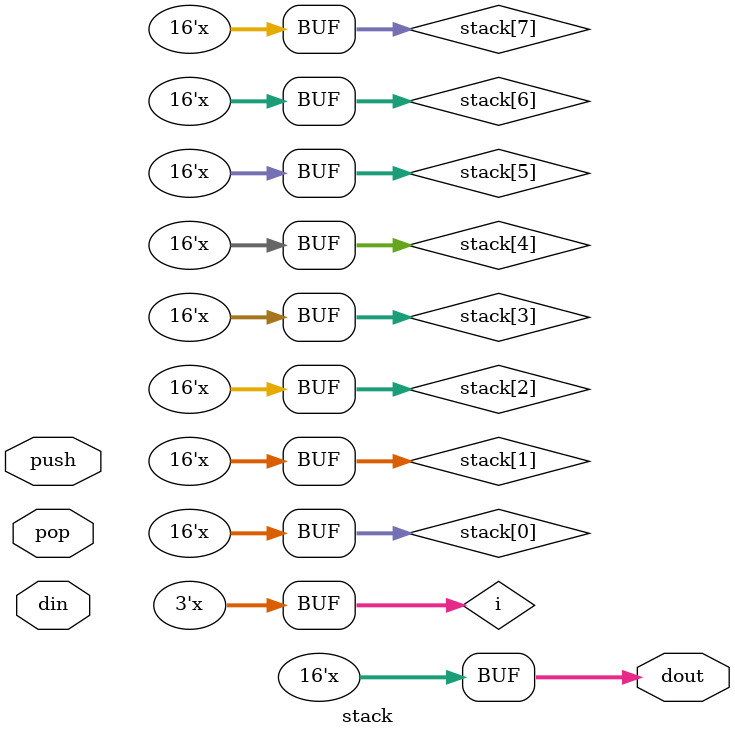
<source format=v>
module stack(dout,push ,pop ,din);

output reg [15:0] dout ;

input push ;
input pop ;
input [15:0] din ;


reg [15:0] stack [0:7] ;

reg [2:0] i;

initial i = 0;

always @ (*) 
begin
	if (push) begin 
		stack[i] = din;
		i= i + 1;
	end 
	else if (pop) begin
		dout = stack[i];
		i = i - 1;
	end
end  

endmodule
</source>
